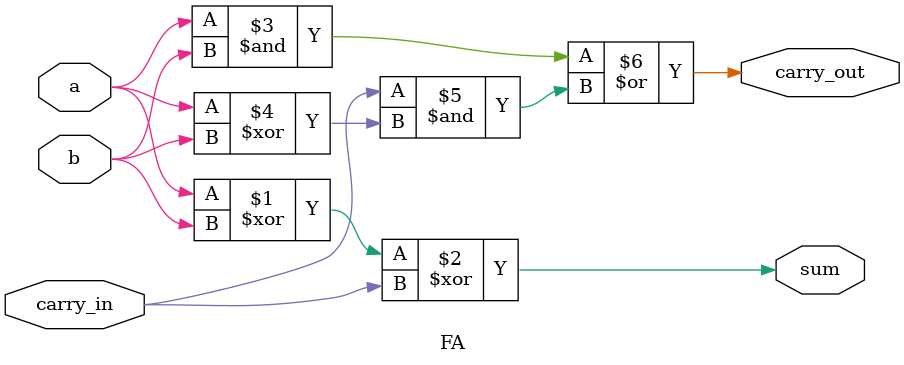
<source format=v>
`timescale 1ns / 1ps


module ADDER#(parameter size = 32)(
    input  [size-1:0] X,Y,
    output [size-1:0] S,
    input S1,S0,
    input C_in,
    output V,C,N,Z);
    
    wire [size-1:0] res_add,res_sub,neg_y,res_subf;
    wire [1:0]selector;
    wire c_out_add, c_out_sub,c_out_subf,c_in_sub;
    wire less_than,equal_to,greater_than;
    assign neg_y = ~Y;
    assign selector = {S1,S0};
    
    defparam adder.size = size;
    RCA adder(X,Y,C_in,c_out_add,res_add);
    
    defparam subtractor.size = size;
    RCA subtractor(X,neg_y,1'b0 ,c_out_sub,res_sub);
    
    assign c_in_sub = (less_than | equal_to) ? 1'b1 : 1'b0;
    defparam f_subtractor.size = size;
    RCA f_subtractor(X, neg_y, 1'b1, c_out_subf, res_subf);    
    
    defparam comparator.size = size;
    Comparator comparator(X,Y,less_than,equal_to,greater_than);
    
    assign S = (selector == 2'b10) ? res_subf :
                (selector == 2'b01) ? res_add : 
                  (selector == 2'b00 )? Y : 
                    (selector == 2'b11) ? Y : 32'h2222; 
    assign V = (S[size-1]^X[size-1]) & ~(X[size-1]^Y[size-1]);
    assign N = ( selector == 2'b10 ? ( less_than == 1'b1 ? 1'b1 : 1'b0) : 1'b0);
    assign Z = ( selector == 2'b00 ? ( Y == 32'h0000 ? 1'b1 : 1'b0) : ( selector == 2'b01 ? ( res_add == 32'h0000 ? 1'b1 : 1'b0) : ( selector == 2'b10 ? ( res_subf == 32'h0000 ? 1'b1 : 1'b0 ) : ( selector == 2'b11 ? ( Y == 32'h0000 ? 1'b1 : 1'b0): 1'b0))));
    assign C = ( selector == 2'b00 ?  1'b0 : ( selector == 2'b01 ? c_out_add : ( selector == 2'b10 ? c_out_subf : ( selector == 2'b11 ? 1'b0 : 1'b0)))); 
    
   
endmodule

module Comparator#(parameter size = 32) (
    input [size-1:0] a,
    input [size-1:0] b,
    output reg less_than,
    output reg equal_to,
    output reg greater_than
);

always @(*) begin
    if ($signed(a) < $signed(b)) begin
        less_than = 1'b1;
        equal_to = 1'b0;
        greater_than = 1'b0;
    end else if ($unsigned(a) == $unsigned(b)) begin
        less_than = 1'b0;
        equal_to = 1'b1;
        greater_than = 1'b0;
    end else begin // a > b
        less_than = 1'b0;
        equal_to = 1'b0;
        greater_than = 1'b1;
    end
end

endmodule

module RCA#(parameter size = 32)(
    input [31:0] a,
    input [31:0] b,
    input carry_in,
    output carry_out,
    output [31:0] c
);
    wire [31:0] carry;

    genvar i;
    generate
        for (i=0; i<32; i=i+1) begin : adder_chain
            FA FA_gen (
                .a(a[i]),
                .b(b[i]),
                .carry_in(i==0 ? carry_in : carry[i-1]),
                .sum(c[i]),
                .carry_out(carry[i])
            );
        end
    endgenerate

    assign carry_out = carry[31];
   
endmodule

module FA (
    input a,
    input b,
    input carry_in,
    output sum,
    output carry_out
);
    assign sum = a ^ b ^ carry_in;
    assign carry_out = (a & b) | (carry_in & (a ^ b));
endmodule


</source>
